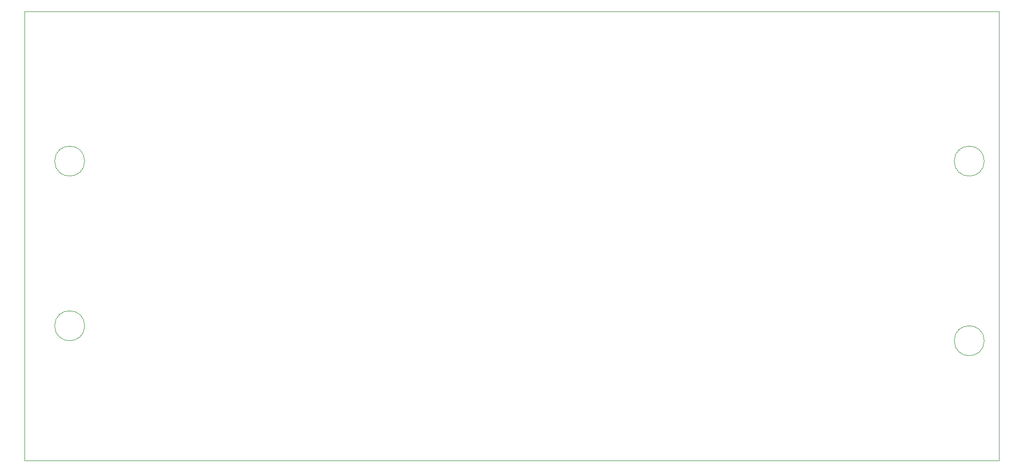
<source format=gbr>
%TF.GenerationSoftware,KiCad,Pcbnew,(5.1.10)-1*%
%TF.CreationDate,2021-08-22T00:04:37-04:00*%
%TF.ProjectId,Test Board,54657374-2042-46f6-9172-642e6b696361,rev?*%
%TF.SameCoordinates,Original*%
%TF.FileFunction,Profile,NP*%
%FSLAX46Y46*%
G04 Gerber Fmt 4.6, Leading zero omitted, Abs format (unit mm)*
G04 Created by KiCad (PCBNEW (5.1.10)-1) date 2021-08-22 00:04:37*
%MOMM*%
%LPD*%
G01*
G04 APERTURE LIST*
%TA.AperFunction,Profile*%
%ADD10C,0.050000*%
%TD*%
%TA.AperFunction,Profile*%
%ADD11C,0.100000*%
%TD*%
G04 APERTURE END LIST*
D10*
X200660000Y-76200000D02*
G75*
G03*
X200660000Y-76200000I-2540000J0D01*
G01*
X200660000Y-106680000D02*
G75*
G03*
X200660000Y-106680000I-2540000J0D01*
G01*
X48260000Y-104140000D02*
G75*
G03*
X48260000Y-104140000I-2540000J0D01*
G01*
X48260000Y-76200000D02*
G75*
G03*
X48260000Y-76200000I-2540000J0D01*
G01*
D11*
X203200000Y-50800000D02*
X203200000Y-127000000D01*
X38100000Y-50800000D02*
X203200000Y-50800000D01*
X38100000Y-127000000D02*
X38100000Y-50800000D01*
X203200000Y-127000000D02*
X38100000Y-127000000D01*
M02*

</source>
